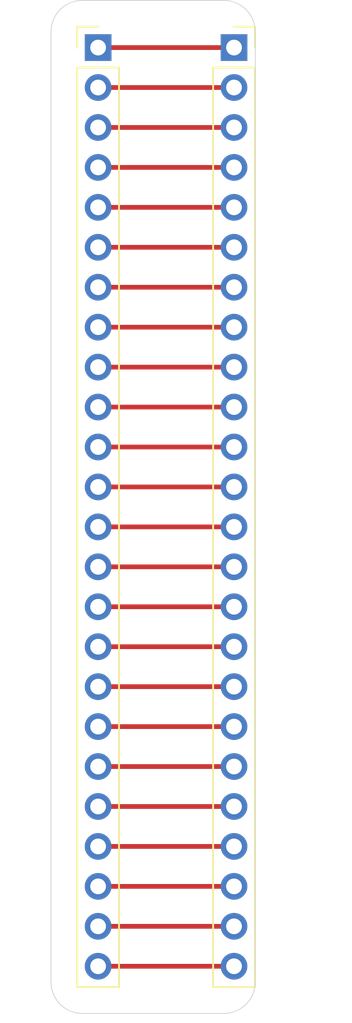
<source format=kicad_pcb>
(kicad_pcb (version 20241229) (generator "pcbnew") (generator_version "9.0")
  (layers (0 "F.Cu" signal) (2 "B.Cu" signal) (13 "F.Paste" user) (15 "B.Paste" user) (5 "F.SilkS" user "F.Silkscreen") (7 "B.SilkS" user "B.Silkscreen") (1 "F.Mask" user) (3 "B.Mask" user) (25 "Edge.Cuts" user))
  (net 0 "")
  (net 1 "Net-(J1-Pin_19)")
  (net 2 "Net-(J1-Pin_8)")
  (net 3 "Net-(J1-Pin_5)")
  (net 4 "Net-(J1-Pin_15)")
  (net 5 "Net-(J1-Pin_10)")
  (net 6 "Net-(J1-Pin_22)")
  (net 7 "Net-(J1-Pin_17)")
  (net 8 "Net-(J1-Pin_13)")
  (net 9 "Net-(J1-Pin_14)")
  (net 10 "Net-(J1-Pin_7)")
  (net 11 "Net-(J1-Pin_1)")
  (net 12 "Net-(J1-Pin_20)")
  (net 13 "Net-(J1-Pin_2)")
  (net 14 "Net-(J1-Pin_23)")
  (net 15 "Net-(J1-Pin_16)")
  (net 16 "Net-(J1-Pin_24)")
  (net 17 "Net-(J1-Pin_11)")
  (net 18 "Net-(J1-Pin_18)")
  (net 19 "Net-(J1-Pin_21)")
  (net 20 "Net-(J1-Pin_3)")
  (net 21 "Net-(J1-Pin_6)")
  (net 22 "Net-(J1-Pin_4)")
  (net 23 "Net-(J1-Pin_9)")
  (net 24 "Net-(J1-Pin_12)")
  (footprint "Connector_PinHeader_2.54mm:PinHeader_1x24_P2.54mm_Vertical" (layer "F.Cu") (at 27 27)
    (property "Reference" "J1" (hide yes))
    (property "Value" "Conn_01x24_Pin")
    (fp_line (start -1.33 -1.33) (end 0 -1.33) (stroke (width 0.12)) (layer "F.SilkS"))
    (fp_line (start -1.33 0) (end -1.33 -1.33) (stroke (width 0.12)) (layer "F.SilkS"))
    (fp_line (start -1.33 1.27) (end -1.33 59.75) (stroke (width 0.12)) (layer "F.SilkS"))
    (fp_line (start -1.33 1.27) (end 1.33 1.27) (stroke (width 0.12)) (layer "F.SilkS"))
    (fp_line (start -1.33 59.75) (end 1.33 59.75) (stroke (width 0.12)) (layer "F.SilkS"))
    (fp_line (start 1.33 1.27) (end 1.33 59.75) (stroke (width 0.12)) (layer "F.SilkS"))
    (pad "1" thru_hole rect (at 0 0) (size 1.7 1.7) (drill 1) (layers "*.Cu" "*.Mask") (net 11 "Net-(J1-Pin_1)"))
    (pad "2" thru_hole oval (at 0 2.54) (size 1.7 1.7) (drill 1) (layers "*.Cu" "*.Mask") (net 13 "Net-(J1-Pin_2)"))
    (pad "3" thru_hole oval (at 0 5.08) (size 1.7 1.7) (drill 1) (layers "*.Cu" "*.Mask") (net 20 "Net-(J1-Pin_3)"))
    (pad "4" thru_hole oval (at 0 7.62) (size 1.7 1.7) (drill 1) (layers "*.Cu" "*.Mask") (net 22 "Net-(J1-Pin_4)"))
    (pad "5" thru_hole oval (at 0 10.16) (size 1.7 1.7) (drill 1) (layers "*.Cu" "*.Mask") (net 3 "Net-(J1-Pin_5)"))
    (pad "6" thru_hole oval (at 0 12.7) (size 1.7 1.7) (drill 1) (layers "*.Cu" "*.Mask") (net 21 "Net-(J1-Pin_6)"))
    (pad "7" thru_hole oval (at 0 15.24) (size 1.7 1.7) (drill 1) (layers "*.Cu" "*.Mask") (net 10 "Net-(J1-Pin_7)"))
    (pad "8" thru_hole oval (at 0 17.78) (size 1.7 1.7) (drill 1) (layers "*.Cu" "*.Mask") (net 2 "Net-(J1-Pin_8)"))
    (pad "9" thru_hole oval (at 0 20.32) (size 1.7 1.7) (drill 1) (layers "*.Cu" "*.Mask") (net 23 "Net-(J1-Pin_9)"))
    (pad "10" thru_hole oval (at 0 22.86) (size 1.7 1.7) (drill 1) (layers "*.Cu" "*.Mask") (net 5 "Net-(J1-Pin_10)"))
    (pad "11" thru_hole oval (at 0 25.4) (size 1.7 1.7) (drill 1) (layers "*.Cu" "*.Mask") (net 17 "Net-(J1-Pin_11)"))
    (pad "12" thru_hole oval (at 0 27.94) (size 1.7 1.7) (drill 1) (layers "*.Cu" "*.Mask") (net 24 "Net-(J1-Pin_12)"))
    (pad "13" thru_hole oval (at 0 30.48) (size 1.7 1.7) (drill 1) (layers "*.Cu" "*.Mask") (net 8 "Net-(J1-Pin_13)"))
    (pad "14" thru_hole oval (at 0 33.02) (size 1.7 1.7) (drill 1) (layers "*.Cu" "*.Mask") (net 9 "Net-(J1-Pin_14)"))
    (pad "15" thru_hole oval (at 0 35.56) (size 1.7 1.7) (drill 1) (layers "*.Cu" "*.Mask") (net 4 "Net-(J1-Pin_15)"))
    (pad "16" thru_hole oval (at 0 38.1) (size 1.7 1.7) (drill 1) (layers "*.Cu" "*.Mask") (net 15 "Net-(J1-Pin_16)"))
    (pad "17" thru_hole oval (at 0 40.64) (size 1.7 1.7) (drill 1) (layers "*.Cu" "*.Mask") (net 7 "Net-(J1-Pin_17)"))
    (pad "18" thru_hole oval (at 0 43.18) (size 1.7 1.7) (drill 1) (layers "*.Cu" "*.Mask") (net 18 "Net-(J1-Pin_18)"))
    (pad "19" thru_hole oval (at 0 45.72) (size 1.7 1.7) (drill 1) (layers "*.Cu" "*.Mask") (net 1 "Net-(J1-Pin_19)"))
    (pad "20" thru_hole oval (at 0 48.26) (size 1.7 1.7) (drill 1) (layers "*.Cu" "*.Mask") (net 12 "Net-(J1-Pin_20)"))
    (pad "21" thru_hole oval (at 0 50.8) (size 1.7 1.7) (drill 1) (layers "*.Cu" "*.Mask") (net 19 "Net-(J1-Pin_21)"))
    (pad "22" thru_hole oval (at 0 53.34) (size 1.7 1.7) (drill 1) (layers "*.Cu" "*.Mask") (net 6 "Net-(J1-Pin_22)"))
    (pad "23" thru_hole oval (at 0 55.88) (size 1.7 1.7) (drill 1) (layers "*.Cu" "*.Mask") (net 14 "Net-(J1-Pin_23)"))
    (pad "24" thru_hole oval (at 0 58.42) (size 1.7 1.7) (drill 1) (layers "*.Cu" "*.Mask") (net 16 "Net-(J1-Pin_24)"))
  )
  (footprint "Connector_PinSocket_2.54mm:PinSocket_1x24_P2.54mm_Vertical" (layer "F.Cu") (at 35.65 27)
    (property "Reference" "J2" (hide yes))
    (property "Value" "Conn_01x24_Socket")
    (fp_line (start -1.33 1.27) (end -1.33 59.75) (stroke (width 0.12)) (layer "F.SilkS"))
    (fp_line (start -1.33 1.27) (end 1.33 1.27) (stroke (width 0.12)) (layer "F.SilkS"))
    (fp_line (start -1.33 59.75) (end 1.33 59.75) (stroke (width 0.12)) (layer "F.SilkS"))
    (fp_line (start 0 -1.33) (end 1.33 -1.33) (stroke (width 0.12)) (layer "F.SilkS"))
    (fp_line (start 1.33 -1.33) (end 1.33 0) (stroke (width 0.12)) (layer "F.SilkS"))
    (fp_line (start 1.33 1.27) (end 1.33 59.75) (stroke (width 0.12)) (layer "F.SilkS"))
    (pad "1" thru_hole rect (at 0 0) (size 1.7 1.7) (drill 1) (layers "*.Cu" "*.Mask") (net 11 "Net-(J1-Pin_1)"))
    (pad "2" thru_hole oval (at 0 2.54) (size 1.7 1.7) (drill 1) (layers "*.Cu" "*.Mask") (net 13 "Net-(J1-Pin_2)"))
    (pad "3" thru_hole oval (at 0 5.08) (size 1.7 1.7) (drill 1) (layers "*.Cu" "*.Mask") (net 20 "Net-(J1-Pin_3)"))
    (pad "4" thru_hole oval (at 0 7.62) (size 1.7 1.7) (drill 1) (layers "*.Cu" "*.Mask") (net 22 "Net-(J1-Pin_4)"))
    (pad "5" thru_hole oval (at 0 10.16) (size 1.7 1.7) (drill 1) (layers "*.Cu" "*.Mask") (net 3 "Net-(J1-Pin_5)"))
    (pad "6" thru_hole oval (at 0 12.7) (size 1.7 1.7) (drill 1) (layers "*.Cu" "*.Mask") (net 21 "Net-(J1-Pin_6)"))
    (pad "7" thru_hole oval (at 0 15.24) (size 1.7 1.7) (drill 1) (layers "*.Cu" "*.Mask") (net 10 "Net-(J1-Pin_7)"))
    (pad "8" thru_hole oval (at 0 17.78) (size 1.7 1.7) (drill 1) (layers "*.Cu" "*.Mask") (net 2 "Net-(J1-Pin_8)"))
    (pad "9" thru_hole oval (at 0 20.32) (size 1.7 1.7) (drill 1) (layers "*.Cu" "*.Mask") (net 23 "Net-(J1-Pin_9)"))
    (pad "10" thru_hole oval (at 0 22.86) (size 1.7 1.7) (drill 1) (layers "*.Cu" "*.Mask") (net 5 "Net-(J1-Pin_10)"))
    (pad "11" thru_hole oval (at 0 25.4) (size 1.7 1.7) (drill 1) (layers "*.Cu" "*.Mask") (net 17 "Net-(J1-Pin_11)"))
    (pad "12" thru_hole oval (at 0 27.94) (size 1.7 1.7) (drill 1) (layers "*.Cu" "*.Mask") (net 24 "Net-(J1-Pin_12)"))
    (pad "13" thru_hole oval (at 0 30.48) (size 1.7 1.7) (drill 1) (layers "*.Cu" "*.Mask") (net 8 "Net-(J1-Pin_13)"))
    (pad "14" thru_hole oval (at 0 33.02) (size 1.7 1.7) (drill 1) (layers "*.Cu" "*.Mask") (net 9 "Net-(J1-Pin_14)"))
    (pad "15" thru_hole oval (at 0 35.56) (size 1.7 1.7) (drill 1) (layers "*.Cu" "*.Mask") (net 4 "Net-(J1-Pin_15)"))
    (pad "16" thru_hole oval (at 0 38.1) (size 1.7 1.7) (drill 1) (layers "*.Cu" "*.Mask") (net 15 "Net-(J1-Pin_16)"))
    (pad "17" thru_hole oval (at 0 40.64) (size 1.7 1.7) (drill 1) (layers "*.Cu" "*.Mask") (net 7 "Net-(J1-Pin_17)"))
    (pad "18" thru_hole oval (at 0 43.18) (size 1.7 1.7) (drill 1) (layers "*.Cu" "*.Mask") (net 18 "Net-(J1-Pin_18)"))
    (pad "19" thru_hole oval (at 0 45.72) (size 1.7 1.7) (drill 1) (layers "*.Cu" "*.Mask") (net 1 "Net-(J1-Pin_19)"))
    (pad "20" thru_hole oval (at 0 48.26) (size 1.7 1.7) (drill 1) (layers "*.Cu" "*.Mask") (net 12 "Net-(J1-Pin_20)"))
    (pad "21" thru_hole oval (at 0 50.8) (size 1.7 1.7) (drill 1) (layers "*.Cu" "*.Mask") (net 19 "Net-(J1-Pin_21)"))
    (pad "22" thru_hole oval (at 0 53.34) (size 1.7 1.7) (drill 1) (layers "*.Cu" "*.Mask") (net 6 "Net-(J1-Pin_22)"))
    (pad "23" thru_hole oval (at 0 55.88) (size 1.7 1.7) (drill 1) (layers "*.Cu" "*.Mask") (net 14 "Net-(J1-Pin_23)"))
    (pad "24" thru_hole oval (at 0 58.42) (size 1.7 1.7) (drill 1) (layers "*.Cu" "*.Mask") (net 16 "Net-(J1-Pin_24)"))
  )
  (gr_arc (start 35 24) (mid 36.414214 24.585786) (end 37 26) (stroke (width 0.05)) (layer "Edge.Cuts"))
  (gr_line (start 26 24) (end 35 24) (stroke (width 0.05)) (layer "Edge.Cuts"))
  (gr_line (start 37 26) (end 37 86.42) (stroke (width 0.05)) (layer "Edge.Cuts"))
  (gr_arc (start 37 86.42) (mid 36.414214 87.834214) (end 35 88.42) (stroke (width 0.05)) (layer "Edge.Cuts"))
  (gr_line (start 35 88.42) (end 26 88.42) (stroke (width 0.05)) (layer "Edge.Cuts"))
  (gr_arc (start 26 88.42) (mid 24.585786 87.834214) (end 24 86.42) (stroke (width 0.05)) (layer "Edge.Cuts"))
  (gr_arc (start 24 26) (mid 24.585786 24.585786) (end 26 24) (stroke (width 0.05)) (layer "Edge.Cuts"))
  (gr_line (start 24 86.42) (end 24 26) (stroke (width 0.05)) (layer "Edge.Cuts"))
  (segment (start 27 72.72) (end 35.65 72.72) (width 0.3) (layer "F.Cu") (net 1))
  (segment (start 27 44.78) (end 35.65 44.78) (width 0.3) (layer "F.Cu") (net 2))
  (segment (start 27 37.16) (end 35.65 37.16) (width 0.3) (layer "F.Cu") (net 3))
  (segment (start 27 62.56) (end 35.65 62.56) (width 0.3) (layer "F.Cu") (net 4))
  (segment (start 27 49.86) (end 35.65 49.86) (width 0.3) (layer "F.Cu") (net 5))
  (segment (start 27 80.34) (end 35.65 80.34) (width 0.3) (layer "F.Cu") (net 6))
  (segment (start 27 67.64) (end 35.65 67.64) (width 0.3) (layer "F.Cu") (net 7))
  (segment (start 27 57.48) (end 35.65 57.48) (width 0.3) (layer "F.Cu") (net 8))
  (segment (start 27 60.02) (end 35.65 60.02) (width 0.3) (layer "F.Cu") (net 9))
  (segment (start 27 42.24) (end 35.65 42.24) (width 0.3) (layer "F.Cu") (net 10))
  (segment (start 27 27) (end 35.65 27) (width 0.3) (layer "F.Cu") (net 11))
  (segment (start 27 75.26) (end 35.65 75.26) (width 0.3) (layer "F.Cu") (net 12))
  (segment (start 27 29.54) (end 35.65 29.54) (width 0.3) (layer "F.Cu") (net 13))
  (segment (start 27 82.88) (end 35.65 82.88) (width 0.3) (layer "F.Cu") (net 14))
  (segment (start 27 65.1) (end 35.65 65.1) (width 0.3) (layer "F.Cu") (net 15))
  (segment (start 27 85.42) (end 35.65 85.42) (width 0.3) (layer "F.Cu") (net 16))
  (segment (start 27 52.4) (end 35.65 52.4) (width 0.3) (layer "F.Cu") (net 17))
  (segment (start 27 70.18) (end 35.65 70.18) (width 0.3) (layer "F.Cu") (net 18))
  (segment (start 27 77.8) (end 35.65 77.8) (width 0.3) (layer "F.Cu") (net 19))
  (segment (start 27 32.08) (end 35.65 32.08) (width 0.3) (layer "F.Cu") (net 20))
  (segment (start 27 39.7) (end 35.65 39.7) (width 0.3) (layer "F.Cu") (net 21))
  (segment (start 27 34.62) (end 35.65 34.62) (width 0.3) (layer "F.Cu") (net 22))
  (segment (start 27 47.32) (end 35.65 47.32) (width 0.3) (layer "F.Cu") (net 23))
  (segment (start 27 54.94) (end 35.65 54.94) (width 0.3) (layer "F.Cu") (net 24))
)
</source>
